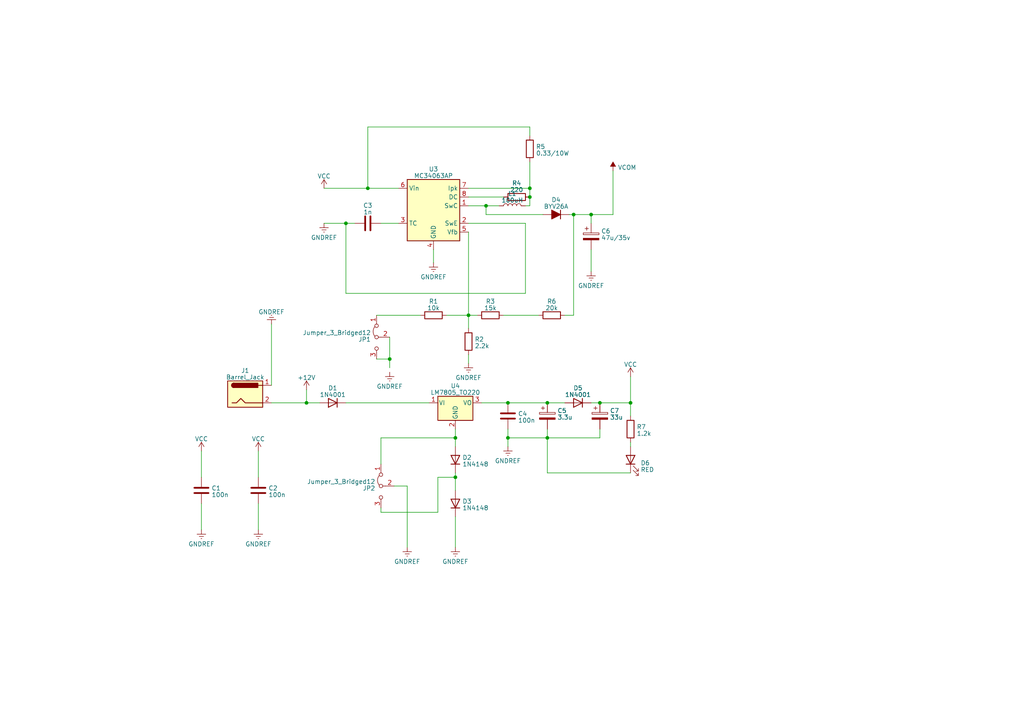
<source format=kicad_sch>
(kicad_sch (version 20230121) (generator eeschema)
  (paper "A4")
  (title_block (title "PSU for Eprom Writer") (date "2023-08-13") (rev "1.1"))
  (lib_symbols
    (symbol "Connector:Barrel_Jack" (pin_names (offset 1.016))
      (property "Reference" "J" (at 0 5.334 0))
      (property "Value" "Barrel_Jack" (at 0 -5.08 0))
      (symbol "Barrel_Jack_0_1"
        (rectangle (start -5.08 3.81) (end 5.08 -3.81) (stroke (width 0.254)) (fill (type background)))
        (arc (start -3.302 3.175) (mid -3.9343 2.54) (end -3.302 1.905) (stroke (width 0.254)))
        (arc (start -3.302 3.175) (mid -3.9343 2.54) (end -3.302 1.905) (stroke (width 0.254)) (fill (type outline)))
        (polyline (pts (xy 5.08 2.54) (xy 3.81 2.54)) (stroke (width 0.254)))
        (polyline (pts (xy -3.81 -2.54) (xy -2.54 -2.54) (xy -1.27 -1.27) (xy 0 -2.54) (xy 2.54 -2.54) (xy 5.08 -2.54)) (stroke (width 0.254)))
        (rectangle (start 3.683 3.175) (end -3.302 1.905) (stroke (width 0.254)) (fill (type outline)))
      )
      (symbol "Barrel_Jack_1_1"
        (pin passive line (at 7.62 2.54 180) (length 2.54) (name "~") (number "1"))
        (pin passive line (at 7.62 -2.54 180) (length 2.54) (name "~") (number "2"))
      )
    )
    (symbol "Device:C" (pin_numbers hide) (pin_names (offset 0.254))
      (property "Reference" "C" (at 0.635 2.54 0))
      (property "Value" "C" (at 0.635 -2.54 0))
      (symbol "C_0_1"
        (polyline (pts (xy -2.032 -0.762) (xy 2.032 -0.762)) (stroke (width 0.508)))
        (polyline (pts (xy -2.032 0.762) (xy 2.032 0.762)) (stroke (width 0.508)))
      )
      (symbol "C_1_1"
        (pin passive line (at 0 3.81 270) (length 2.794) (name "~") (number "1"))
        (pin passive line (at 0 -3.81 90) (length 2.794) (name "~") (number "2"))
      )
    )
    (symbol "Device:C_Polarized" (pin_numbers hide) (pin_names (offset 0.254))
      (property "Reference" "C" (at 0.635 2.54 0))
      (property "Value" "C_Polarized" (at 0.635 -2.54 0))
      (symbol "C_Polarized_0_1"
        (rectangle (start -2.286 0.508) (end 2.286 1.016))
        (polyline (pts (xy -1.778 2.286) (xy -0.762 2.286)))
        (polyline (pts (xy -1.27 2.794) (xy -1.27 1.778)))
        (rectangle (start 2.286 -0.508) (end -2.286 -1.016) (fill (type outline)))
      )
      (symbol "C_Polarized_1_1"
        (pin passive line (at 0 3.81 270) (length 2.794) (name "~") (number "1"))
        (pin passive line (at 0 -3.81 90) (length 2.794) (name "~") (number "2"))
      )
    )
    (symbol "Device:L" (pin_numbers hide) (pin_names (offset 1.016) hide)
      (property "Reference" "L" (at -1.27 0 90))
      (property "Value" "L" (at 1.905 0 90))
      (symbol "L_0_1"
        (arc (start 0 -2.54) (mid 0.6323 -1.905) (end 0 -1.27))
        (arc (start 0 -1.27) (mid 0.6323 -0.635) (end 0 0))
        (arc (start 0 0) (mid 0.6323 0.635) (end 0 1.27))
        (arc (start 0 1.27) (mid 0.6323 1.905) (end 0 2.54))
      )
      (symbol "L_1_1"
        (pin passive line (at 0 3.81 270) (length 1.27) (name "1") (number "1"))
        (pin passive line (at 0 -3.81 90) (length 1.27) (name "2") (number "2"))
      )
    )
    (symbol "Device:LED" (pin_numbers hide) (pin_names (offset 1.016) hide)
      (property "Reference" "D" (at 0 2.54 0))
      (property "Value" "LED" (at 0 -2.54 0))
      (symbol "LED_0_1"
        (polyline (pts (xy -1.27 -1.27) (xy -1.27 1.27)) (stroke (width 0.254)))
        (polyline (pts (xy -1.27 0) (xy 1.27 0)))
        (polyline (pts (xy 1.27 -1.27) (xy 1.27 1.27) (xy -1.27 0) (xy 1.27 -1.27)) (stroke (width 0.254)))
        (polyline (pts (xy -3.048 -0.762) (xy -4.572 -2.286) (xy -3.81 -2.286) (xy -4.572 -2.286) (xy -4.572 -1.524)))
        (polyline (pts (xy -1.778 -0.762) (xy -3.302 -2.286) (xy -2.54 -2.286) (xy -3.302 -2.286) (xy -3.302 -1.524)))
      )
      (symbol "LED_1_1"
        (pin passive line (at -3.81 0 0) (length 2.54) (name "K") (number "1"))
        (pin passive line (at 3.81 0 180) (length 2.54) (name "A") (number "2"))
      )
    )
    (symbol "Device:R" (pin_numbers hide) (pin_names (offset 0))
      (property "Reference" "R" (at 2.032 0 90))
      (property "Value" "R" (at 0 0 90))
      (symbol "R_0_1"
        (rectangle (start -1.016 -2.54) (end 1.016 2.54) (stroke (width 0.254)))
      )
      (symbol "R_1_1"
        (pin passive line (at 0 3.81 270) (length 1.27) (name "~") (number "1"))
        (pin passive line (at 0 -3.81 90) (length 1.27) (name "~") (number "2"))
      )
    )
    (symbol "Diode:1N4001" (pin_numbers hide) (pin_names hide)
      (property "Reference" "D" (at 0 2.54 0))
      (property "Value" "1N4001" (at 0 -2.54 0))
      (symbol "1N4001_0_1"
        (polyline (pts (xy -1.27 1.27) (xy -1.27 -1.27)) (stroke (width 0.254)))
        (polyline (pts (xy 1.27 0) (xy -1.27 0)))
        (polyline (pts (xy 1.27 1.27) (xy 1.27 -1.27) (xy -1.27 0) (xy 1.27 1.27)) (stroke (width 0.254)))
      )
      (symbol "1N4001_1_1"
        (pin passive line (at -3.81 0 0) (length 2.54) (name "K") (number "1"))
        (pin passive line (at 3.81 0 180) (length 2.54) (name "A") (number "2"))
      )
    )
    (symbol "Diode:1N4148" (pin_numbers hide) (pin_names hide)
      (property "Reference" "D" (at 0 2.54 0))
      (property "Value" "1N4148" (at 0 -2.54 0))
      (symbol "1N4148_0_1"
        (polyline (pts (xy -1.27 1.27) (xy -1.27 -1.27)) (stroke (width 0.254)))
        (polyline (pts (xy 1.27 0) (xy -1.27 0)))
        (polyline (pts (xy 1.27 1.27) (xy 1.27 -1.27) (xy -1.27 0) (xy 1.27 1.27)) (stroke (width 0.254)))
      )
      (symbol "1N4148_1_1"
        (pin passive line (at -3.81 0 0) (length 2.54) (name "K") (number "1"))
        (pin passive line (at 3.81 0 180) (length 2.54) (name "A") (number "2"))
      )
    )
    (symbol "Jumper:Jumper_3_Bridged12" (pin_names (offset 0) hide)
      (property "Reference" "JP" (at -2.54 -2.54 0))
      (property "Value" "Jumper_3_Bridged12" (at 0 2.794 0))
      (symbol "Jumper_3_Bridged12_0_0"
        (circle (center -3.302 0) (radius 0.508))
        (circle (center 0 0) (radius 0.508))
        (circle (center 3.302 0) (radius 0.508))
      )
      (symbol "Jumper_3_Bridged12_0_1"
        (arc (start -0.254 0.508) (mid -1.651 0.9912) (end -3.048 0.508))
        (polyline (pts (xy 0 -1.27) (xy 0 -0.508)))
      )
      (symbol "Jumper_3_Bridged12_1_1"
        (pin passive line (at -6.35 0 0) (length 2.54) (name "A") (number "1"))
        (pin passive line (at 0 -3.81 90) (length 2.54) (name "C") (number "2"))
        (pin passive line (at 6.35 0 180) (length 2.54) (name "B") (number "3"))
      )
    )
    (symbol "PCM_Diode_AKL:BYV26A" (pin_numbers hide) (pin_names (offset 1.016) hide)
      (property "Reference" "D" (at 0 5.08 0))
      (property "Value" "BYV26A" (at 0 2.54 0))
      (symbol "BYV26A_0_1"
        (polyline (pts (xy -1.27 0) (xy 1.27 0)))
        (polyline (pts (xy 1.27 1.27) (xy 1.27 -1.27)) (stroke (width 0.254)))
        (polyline (pts (xy -1.27 1.27) (xy -1.27 -1.27) (xy 1.27 0) (xy -1.27 1.27)) (stroke (width 0.254)) (fill (type outline)))
      )
      (symbol "BYV26A_1_1"
        (pin passive line (at 3.81 0 180) (length 2.54) (name "K") (number "1"))
        (pin passive line (at -3.81 0 0) (length 2.54) (name "A") (number "2"))
      )
    )
    (symbol "Regulator_Linear:LM7805_TO220" (pin_names (offset 0.254))
      (property "Reference" "U" (at -3.81 3.175 0))
      (property "Value" "LM7805_TO220" (at 0 3.175 0))
      (symbol "LM7805_TO220_0_1"
        (rectangle (start -5.08 1.905) (end 5.08 -5.08) (stroke (width 0.254)) (fill (type background)))
      )
      (symbol "LM7805_TO220_1_1"
        (pin power_in line (at -7.62 0 0) (length 2.54) (name "VI") (number "1"))
        (pin power_in line (at 0 -7.62 90) (length 2.54) (name "GND") (number "2"))
        (pin power_out line (at 7.62 0 180) (length 2.54) (name "VO") (number "3"))
      )
    )
    (symbol "Regulator_Switching:MC34063AP"
      (property "Reference" "U" (at -7.62 8.89 0))
      (property "Value" "MC34063AP" (at 0 8.89 0))
      (symbol "MC34063AP_0_1"
        (rectangle (start -7.62 7.62) (end 7.62 -10.16) (stroke (width 0.254)) (fill (type background)))
      )
      (symbol "MC34063AP_1_1"
        (pin open_collector line (at 10.16 0 180) (length 2.54) (name "SwC") (number "1"))
        (pin open_emitter line (at 10.16 -5.08 180) (length 2.54) (name "SwE") (number "2"))
        (pin passive line (at -10.16 -5.08 0) (length 2.54) (name "TC") (number "3"))
        (pin power_in line (at 0 -12.7 90) (length 2.54) (name "GND") (number "4"))
        (pin input line (at 10.16 -7.62 180) (length 2.54) (name "Vfb") (number "5"))
        (pin power_in line (at -10.16 5.08 0) (length 2.54) (name "Vin") (number "6"))
        (pin input line (at 10.16 5.08 180) (length 2.54) (name "Ipk") (number "7"))
        (pin open_collector line (at 10.16 2.54 180) (length 2.54) (name "DC") (number "8"))
      )
    )
    (symbol "power:+12V" (power) (pin_names (offset 0))
      (property "Value" "+12V" (at 0 3.556 0))
      (symbol "+12V_0_1"
        (polyline (pts (xy -0.762 1.27) (xy 0 2.54)))
        (polyline (pts (xy 0 0) (xy 0 2.54)))
        (polyline (pts (xy 0 2.54) (xy 0.762 1.27)))
      )
      (symbol "+12V_1_1"
        (pin power_in line (at 0 0 90) (length 0) hide (name "+12V") (number "1"))
      )
    )
    (symbol "power:GNDREF" (power) (pin_names (offset 0))
      (property "Value" "GNDREF" (at 0 -3.81 0))
      (symbol "GNDREF_0_1"
        (polyline (pts (xy -0.635 -1.905) (xy 0.635 -1.905)))
        (polyline (pts (xy -0.127 -2.54) (xy 0.127 -2.54)))
        (polyline (pts (xy 0 -1.27) (xy 0 0)))
        (polyline (pts (xy 1.27 -1.27) (xy -1.27 -1.27)))
      )
      (symbol "GNDREF_1_1"
        (pin power_in line (at 0 0 270) (length 0) hide (name "GNDREF") (number "1"))
      )
    )
    (symbol "power:VCC" (power) (pin_names (offset 0))
      (property "Value" "VCC" (at 0 3.81 0))
      (symbol "VCC_0_1"
        (polyline (pts (xy -0.762 1.27) (xy 0 2.54)))
        (polyline (pts (xy 0 0) (xy 0 2.54)))
        (polyline (pts (xy 0 2.54) (xy 0.762 1.27)))
      )
      (symbol "VCC_1_1"
        (pin power_in line (at 0 0 90) (length 0) hide (name "VCC") (number "1"))
      )
    )
    (symbol "power:VCOM" (power) (pin_names (offset 0))
      (property "Value" "VCOM" (at 0 3.81 0))
      (symbol "VCOM_0_1"
        (polyline (pts (xy 0 0) (xy 0 2.54)))
        (polyline (pts (xy 0.762 1.27) (xy -0.762 1.27) (xy 0 2.54) (xy 0.762 1.27)) (fill (type outline)))
      )
      (symbol "VCOM_1_1"
        (pin power_in line (at 0 0 90) (length 0) hide (name "VCOM") (number "1"))
      )
    )
  )
  (junction (at 182.88 116.84))
  (junction (at 147.32 116.84))
  (junction (at 173.99 116.84))
  (junction (at 88.9 116.84))
  (junction (at 106.68 54.61))
  (junction (at 171.45 62.23))
  (junction (at 153.67 57.15))
  (junction (at 140.97 59.69))
  (junction (at 135.89 91.44))
  (junction (at 158.75 127))
  (junction (at 100.33 64.77))
  (junction (at 166.37 62.23))
  (junction (at 132.08 138.43))
  (junction (at 132.08 127))
  (junction (at 153.67 54.61))
  (junction (at 147.32 127))
  (junction (at 113.03 104.14))
  (junction (at 158.75 116.84))
  (wire (pts (xy 135.89 54.61) (xy 153.67 54.61)))
  (wire (pts (xy 132.08 138.43) (xy 132.08 142.24)))
  (wire (pts (xy 132.08 149.86) (xy 132.08 158.75)))
  (wire (pts (xy 135.89 67.31) (xy 135.89 91.44)))
  (wire (pts (xy 153.67 54.61) (xy 153.67 57.15)))
  (wire (pts (xy 139.7 116.84) (xy 147.32 116.84)))
  (wire (pts (xy 177.8 49.53) (xy 177.8 62.23)))
  (wire (pts (xy 147.32 127) (xy 147.32 129.54)))
  (wire (pts (xy 135.89 91.44) (xy 138.43 91.44)))
  (wire (pts (xy 165.1 62.23) (xy 166.37 62.23)))
  (wire (pts (xy 118.11 140.97) (xy 114.3 140.97)))
  (wire (pts (xy 132.08 127) (xy 132.08 129.54)))
  (wire (pts (xy 171.45 116.84) (xy 173.99 116.84)))
  (wire (pts (xy 163.83 91.44) (xy 166.37 91.44)))
  (wire (pts (xy 88.9 116.84) (xy 92.71 116.84)))
  (wire (pts (xy 140.97 59.69) (xy 140.97 62.23)))
  (wire (pts (xy 100.33 64.77) (xy 102.87 64.77)))
  (wire (pts (xy 127 138.43) (xy 132.08 138.43)))
  (wire (pts (xy 182.88 116.84) (xy 182.88 120.65)))
  (wire (pts (xy 129.54 91.44) (xy 135.89 91.44)))
  (wire (pts (xy 109.22 91.44) (xy 121.92 91.44)))
  (wire (pts (xy 113.03 97.79) (xy 113.03 104.14)))
  (wire (pts (xy 113.03 104.14) (xy 109.22 104.14)))
  (wire (pts (xy 110.49 148.59) (xy 127 148.59)))
  (wire (pts (xy 88.9 113.03) (xy 88.9 116.84)))
  (wire (pts (xy 74.93 146.05) (xy 74.93 153.67)))
  (wire (pts (xy 125.73 72.39) (xy 125.73 76.2)))
  (wire (pts (xy 158.75 137.16) (xy 158.75 127)))
  (wire (pts (xy 78.74 116.84) (xy 88.9 116.84)))
  (wire (pts (xy 135.89 59.69) (xy 140.97 59.69)))
  (wire (pts (xy 135.89 57.15) (xy 146.05 57.15)))
  (wire (pts (xy 93.98 54.61) (xy 106.68 54.61)))
  (wire (pts (xy 100.33 85.09) (xy 100.33 64.77)))
  (wire (pts (xy 171.45 62.23) (xy 177.8 62.23)))
  (wire (pts (xy 135.89 102.87) (xy 135.89 105.41)))
  (wire (pts (xy 146.05 91.44) (xy 156.21 91.44)))
  (wire (pts (xy 78.74 93.98) (xy 78.74 111.76)))
  (wire (pts (xy 106.68 54.61) (xy 115.57 54.61)))
  (wire (pts (xy 171.45 72.39) (xy 171.45 78.74)))
  (wire (pts (xy 166.37 91.44) (xy 166.37 62.23)))
  (wire (pts (xy 132.08 137.16) (xy 132.08 138.43)))
  (wire (pts (xy 118.11 158.75) (xy 118.11 140.97)))
  (wire (pts (xy 147.32 124.46) (xy 147.32 127)))
  (wire (pts (xy 113.03 104.14) (xy 113.03 106.68)))
  (wire (pts (xy 152.4 59.69) (xy 153.67 59.69)))
  (wire (pts (xy 132.08 124.46) (xy 132.08 127)))
  (wire (pts (xy 173.99 124.46) (xy 173.99 127)))
  (wire (pts (xy 110.49 64.77) (xy 115.57 64.77)))
  (wire (pts (xy 182.88 116.84) (xy 182.88 109.22)))
  (wire (pts (xy 153.67 57.15) (xy 153.67 59.69)))
  (wire (pts (xy 140.97 62.23) (xy 157.48 62.23)))
  (wire (pts (xy 173.99 127) (xy 158.75 127)))
  (wire (pts (xy 140.97 59.69) (xy 144.78 59.69)))
  (wire (pts (xy 153.67 36.83) (xy 106.68 36.83)))
  (wire (pts (xy 152.4 64.77) (xy 152.4 85.09)))
  (wire (pts (xy 93.98 64.77) (xy 100.33 64.77)))
  (wire (pts (xy 135.89 91.44) (xy 135.89 95.25)))
  (wire (pts (xy 182.88 137.16) (xy 158.75 137.16)))
  (wire (pts (xy 173.99 116.84) (xy 182.88 116.84)))
  (wire (pts (xy 158.75 124.46) (xy 158.75 127)))
  (wire (pts (xy 158.75 127) (xy 147.32 127)))
  (wire (pts (xy 110.49 134.62) (xy 110.49 127)))
  (wire (pts (xy 166.37 62.23) (xy 171.45 62.23)))
  (wire (pts (xy 110.49 147.32) (xy 110.49 148.59)))
  (wire (pts (xy 182.88 128.27) (xy 182.88 129.54)))
  (wire (pts (xy 58.42 146.05) (xy 58.42 153.67)))
  (wire (pts (xy 74.93 130.81) (xy 74.93 138.43)))
  (wire (pts (xy 110.49 127) (xy 132.08 127)))
  (wire (pts (xy 171.45 62.23) (xy 171.45 64.77)))
  (wire (pts (xy 152.4 85.09) (xy 100.33 85.09)))
  (wire (pts (xy 127 148.59) (xy 127 138.43)))
  (wire (pts (xy 58.42 130.81) (xy 58.42 138.43)))
  (wire (pts (xy 153.67 46.99) (xy 153.67 54.61)))
  (wire (pts (xy 158.75 116.84) (xy 163.83 116.84)))
  (wire (pts (xy 100.33 116.84) (xy 124.46 116.84)))
  (wire (pts (xy 153.67 39.37) (xy 153.67 36.83)))
  (wire (pts (xy 135.89 64.77) (xy 152.4 64.77)))
  (wire (pts (xy 147.32 116.84) (xy 158.75 116.84)))
  (wire (pts (xy 106.68 36.83) (xy 106.68 54.61)))
  (symbol (lib_id "Diode:1N4001") (at 96.52 116.84 180) (unit 1)
    (property "Reference" "D1" (at 96.52 112.5601 0))
    (property "Value" "1N4001" (at 96.52 114.4811 0))
    (property "Footprint" "Diode_THT:D_DO-41_SOD81_P10.16mm_Horizontal" (effects hide))
    (property "Datasheet" "http://www.vishay.com/docs/88503/1n4001.pdf" (effects hide))
    (property "Sim.Device" "D" (effects hide))
    (property "Sim.Pins" "1=K 2=A" (effects hide))
  )
  (symbol (lib_id "Device:R") (at 142.24 91.44 90) (unit 1)
    (property "Reference" "R3" (at 142.24 87.4141 90))
    (property "Value" "15k" (at 142.24 89.3351 90))
  )
  (symbol (lib_id "Device:LED") (at 182.88 133.35 90) (unit 1)
    (property "Reference" "D6" (at 185.801 134.2938 90) (effects (justify right)))
    (property "Value" "RED" (at 185.801 136.2148 90) (effects (justify right)))
    (property "Footprint" "LED_THT:LED_D5.0mm" (effects hide))
  )
  (symbol (lib_id "power:VCOM") (at 177.8 49.53 0) (unit 1)
    (property "Reference" "#VOUT01" (effects hide))
    (property "Value" "VOUT" (at 179.197 48.5768 0) (effects (justify left)))
  )
  (symbol (lib_id "Device:C") (at 58.42 142.24 0) (unit 1)
    (property "Reference" "C1" (at 61.341 141.5963 0) (effects (justify left)))
    (property "Value" "100n" (at 61.341 143.5173 0) (effects (justify left)))
    (property "Footprint" "Capacitor_THT:C_Disc_D3.0mm_W2.0mm_P2.50mm" (effects hide))
  )
  (symbol (lib_id "Device:C") (at 106.68 64.77 90) (unit 1)
    (property "Reference" "C3" (at 106.68 59.6011 90))
    (property "Value" "1n" (at 106.68 61.5221 90))
    (property "Footprint" "Capacitor_THT:C_Disc_D3.0mm_W1.6mm_P2.50mm" (effects hide))
  )
  (symbol (lib_id "power:+12V") (at 88.9 113.03 0) (unit 1)
    (property "Reference" "#PWR011" (effects hide))
    (property "Value" "+12V" (at 88.9 109.5281 0))
  )
  (symbol (lib_id "Device:R") (at 153.67 43.18 0) (unit 1)
    (property "Reference" "R5" (at 155.448 42.5363 0) (effects (justify left)))
    (property "Value" "0.33/10W" (at 155.448 44.4573 0) (effects (justify left)))
    (property "Footprint" "Resistor_THT:R_Radial_Power_L11.0mm_W7.0mm_P5.00mm" (effects hide))
  )
  (symbol (lib_id "power:VCC") (at 58.42 130.81 0) (unit 1)
    (property "Reference" "#PWR06" (effects hide))
    (property "Value" "VCC" (at 58.42 127.3081 0))
  )
  (symbol (lib_id "power:VCC") (at 93.98 54.61 0) (unit 1)
    (property "Reference" "#PWR012" (effects hide))
    (property "Value" "VCC" (at 93.98 51.1081 0))
  )
  (symbol (lib_id "power:GNDREF") (at 78.74 93.98 180) (unit 1)
    (property "Reference" "#PWR010" (effects hide))
    (property "Value" "GNDREF" (at 78.74 90.4781 0))
  )
  (symbol (lib_id "Connector:Barrel_Jack") (at 71.12 114.3 0) (unit 1)
    (property "Reference" "J1" (at 71.12 107.4801 0))
    (property "Value" "Barrel_Jack" (at 71.12 109.4011 0))
    (property "Footprint" "Connector_BarrelJack:BarrelJack_Kycon_KLDX-0202-xC_Horizontal" (effects hide))
  )
  (symbol (lib_id "Device:R") (at 160.02 91.44 90) (unit 1)
    (property "Reference" "R6" (at 160.02 87.4141 90))
    (property "Value" "20k" (at 160.02 89.3351 90))
  )
  (symbol (lib_id "Device:R") (at 135.89 99.06 0) (unit 1)
    (property "Reference" "R2" (at 137.668 98.4163 0) (effects (justify left)))
    (property "Value" "2.2k" (at 137.668 100.3373 0) (effects (justify left)))
  )
  (symbol (lib_id "Device:C_Polarized") (at 158.75 120.65 0) (unit 1)
    (property "Reference" "C5" (at 161.671 119.1173 0) (effects (justify left)))
    (property "Value" "3.3u" (at 161.671 121.0383 0) (effects (justify left)))
    (property "Footprint" "Capacitor_THT:C_Radial_D6.3mm_H5.0mm_P2.50mm" (effects hide))
  )
  (symbol (lib_id "Jumper:Jumper_3_Bridged12") (at 110.49 140.97 90) (mirror x) (unit 1)
    (property "Reference" "JP2" (at 108.8638 141.6137 90) (effects (justify left)))
    (property "Value" "Jumper_3_Bridged12" (at 108.8638 139.6927 90) (effects (justify left)))
    (property "Footprint" "Connector_JST:JST_EH_B3B-EH-A_1x03_P2.50mm_Vertical" (effects hide))
  )
  (symbol (lib_id "power:GNDREF") (at 113.03 107.95 0) (unit 1)
    (property "Reference" "#PWR014" (effects hide))
    (property "Value" "GNDREF" (at 113.03 112.0855 0))
  )
  (symbol (lib_id "Diode:1N4001") (at 167.64 116.84 180) (unit 1)
    (property "Reference" "D5" (at 167.64 112.5601 0))
    (property "Value" "1N4001" (at 167.64 114.4811 0))
    (property "Footprint" "Diode_THT:D_DO-41_SOD81_P10.16mm_Horizontal" (effects hide))
    (property "Datasheet" "http://www.vishay.com/docs/88503/1n4001.pdf" (effects hide))
    (property "Sim.Device" "D" (effects hide))
    (property "Sim.Pins" "1=K 2=A" (effects hide))
  )
  (symbol (lib_id "Device:C") (at 147.32 120.65 0) (unit 1)
    (property "Reference" "C4" (at 150.241 120.0063 0) (effects (justify left)))
    (property "Value" "100n" (at 150.241 121.9273 0) (effects (justify left)))
    (property "Footprint" "Capacitor_THT:C_Disc_D3.0mm_W2.0mm_P2.50mm" (effects hide))
  )
  (symbol (lib_id "PCM_Diode_AKL:BYV26A") (at 161.29 62.23 0) (unit 1)
    (property "Reference" "D4" (at 161.29 57.9501 0))
    (property "Value" "BYV26A" (at 161.29 59.8711 0))
    (property "Footprint" "Diode_THT_AKL:D_SOD-57_P7.62mm_Horizontal" (effects hide))
    (property "Datasheet" "https://www.tme.eu/Document/d917347d6493f9a935ade8c08ce0bd03/byv26.pdf" (effects hide))
  )
  (symbol (lib_id "power:VCC") (at 182.88 109.22 0) (unit 1)
    (property "Reference" "#PWR021" (effects hide))
    (property "Value" "VCC" (at 182.88 105.7181 0))
  )
  (symbol (lib_id "Diode:1N4148") (at 132.08 133.35 90) (unit 1)
    (property "Reference" "D2" (at 134.112 132.7063 90) (effects (justify right)))
    (property "Value" "1N4148" (at 134.112 134.6273 90) (effects (justify right)))
    (property "Footprint" "Diode_THT:D_DO-35_SOD27_P7.62mm_Horizontal" (effects hide))
    (property "Datasheet" "https://assets.nexperia.com/documents/data-sheet/1N4148_1N4448.pdf" (effects hide))
    (property "Sim.Device" "D" (effects hide))
    (property "Sim.Pins" "1=K 2=A" (effects hide))
  )
  (symbol (lib_id "Regulator_Linear:LM7805_TO220") (at 132.08 116.84 0) (unit 1)
    (property "Reference" "U4" (at 132.08 111.9251 0))
    (property "Value" "LM7805_TO220" (at 132.08 113.8461 0))
    (property "Footprint" "Package_TO_SOT_THT:TO-220-3_Vertical" (effects hide))
    (property "Datasheet" "https://www.onsemi.cn/PowerSolutions/document/MC7800-D.PDF" (effects hide))
  )
  (symbol (lib_id "Device:C_Polarized") (at 171.45 68.58 0) (unit 1)
    (property "Reference" "C6" (at 174.371 67.0473 0) (effects (justify left)))
    (property "Value" "47u/35v" (at 174.371 68.9683 0) (effects (justify left)))
    (property "Footprint" "Capacitor_THT:CP_Radial_D5.0mm_P2.00mm" (effects hide))
  )
  (symbol (lib_id "power:GNDREF") (at 135.89 105.41 0) (unit 1)
    (property "Reference" "#PWR018" (effects hide))
    (property "Value" "GNDREF" (at 135.89 109.5455 0))
  )
  (symbol (lib_id "Regulator_Switching:MC34063AP") (at 125.73 59.69 0) (unit 1)
    (property "Reference" "U3" (at 125.73 49.0601 0))
    (property "Value" "MC34063AP" (at 125.73 50.9811 0))
    (property "Footprint" "Package_DIP:DIP-8_W7.62mm" (effects hide))
    (property "Datasheet" "http://www.onsemi.com/pub_link/Collateral/MC34063A-D.PDF" (effects hide))
  )
  (symbol (lib_id "Jumper:Jumper_3_Bridged12") (at 109.22 97.79 90) (mirror x) (unit 1)
    (property "Reference" "JP1" (at 107.5938 98.4337 90) (effects (justify left)))
    (property "Value" "Jumper_3_Bridged12" (at 107.5938 96.5127 90) (effects (justify left)))
    (property "Footprint" "Connector_JST:JST_EH_B3B-EH-A_1x03_P2.50mm_Vertical" (effects hide))
  )
  (symbol (lib_id "power:GNDREF") (at 93.98 64.77 0) (unit 1)
    (property "Reference" "#PWR013" (effects hide))
    (property "Value" "GNDREF" (at 93.98 68.9055 0))
  )
  (symbol (lib_id "power:GNDREF") (at 147.32 129.54 0) (unit 1)
    (property "Reference" "#PWR019" (effects hide))
    (property "Value" "GNDREF" (at 147.32 133.6755 0))
  )
  (symbol (lib_id "Device:R") (at 125.73 91.44 90) (unit 1)
    (property "Reference" "R1" (at 125.73 87.4141 90))
    (property "Value" "10k" (at 125.73 89.3351 90))
  )
  (symbol (lib_id "Device:C") (at 74.93 142.24 0) (unit 1)
    (property "Reference" "C2" (at 77.851 141.5963 0) (effects (justify left)))
    (property "Value" "100n" (at 77.851 143.5173 0) (effects (justify left)))
    (property "Footprint" "Capacitor_THT:C_Disc_D3.0mm_W2.0mm_P2.50mm" (effects hide))
  )
  (symbol (lib_id "power:GNDREF") (at 118.11 158.75 0) (unit 1)
    (property "Reference" "#PWR015" (effects hide))
    (property "Value" "GNDREF" (at 118.11 162.8855 0))
  )
  (symbol (lib_id "Device:C_Polarized") (at 173.99 120.65 0) (unit 1)
    (property "Reference" "C7" (at 176.911 119.1173 0) (effects (justify left)))
    (property "Value" "33u" (at 176.911 121.0383 0) (effects (justify left)))
    (property "Footprint" "Capacitor_THT:C_Radial_D6.3mm_H5.0mm_P2.50mm" (effects hide))
  )
  (symbol (lib_id "Device:L") (at 148.59 59.69 90) (unit 1)
    (property "Reference" "L1" (at 148.59 56.1747 90))
    (property "Value" "100uH" (at 148.59 58.0957 90))
    (property "Footprint" "Capacitor_THT:CP_Radial_D5.0mm_P2.50mm" (effects hide))
  )
  (symbol (lib_id "Device:R") (at 149.86 57.15 90) (unit 1)
    (property "Reference" "R4" (at 149.86 53.1241 90))
    (property "Value" "220" (at 149.86 55.0451 90))
    (property "Footprint" "Resistor_THT:R_Axial_DIN0207_L6.3mm_D2.5mm_P15.24mm_Horizontal" (effects hide))
  )
  (symbol (lib_id "power:GNDREF") (at 125.73 76.2 0) (unit 1)
    (property "Reference" "#PWR016" (effects hide))
    (property "Value" "GNDREF" (at 125.73 80.3355 0))
  )
  (symbol (lib_id "power:GNDREF") (at 171.45 78.74 0) (unit 1)
    (property "Reference" "#PWR020" (effects hide))
    (property "Value" "GNDREF" (at 171.45 82.8755 0))
  )
  (symbol (lib_id "power:GNDREF") (at 74.93 153.67 0) (unit 1)
    (property "Reference" "#PWR09" (effects hide))
    (property "Value" "GNDREF" (at 74.93 157.8055 0))
  )
  (symbol (lib_id "power:VCC") (at 74.93 130.81 0) (unit 1)
    (property "Reference" "#PWR08" (effects hide))
    (property "Value" "VCC" (at 74.93 127.3081 0))
  )
  (symbol (lib_id "power:GNDREF") (at 58.42 153.67 0) (unit 1)
    (property "Reference" "#PWR07" (effects hide))
    (property "Value" "GNDREF" (at 58.42 157.8055 0))
  )
  (symbol (lib_id "Diode:1N4148") (at 132.08 146.05 90) (unit 1)
    (property "Reference" "D3" (at 134.112 145.4063 90) (effects (justify right)))
    (property "Value" "1N4148" (at 134.112 147.3273 90) (effects (justify right)))
    (property "Footprint" "Diode_THT:D_DO-35_SOD27_P7.62mm_Horizontal" (effects hide))
    (property "Datasheet" "https://assets.nexperia.com/documents/data-sheet/1N4148_1N4448.pdf" (effects hide))
    (property "Sim.Device" "D" (effects hide))
    (property "Sim.Pins" "1=K 2=A" (effects hide))
  )
  (symbol (lib_id "Device:R") (at 182.88 124.46 0) (unit 1)
    (property "Reference" "R7" (at 184.658 123.8163 0) (effects (justify left)))
    (property "Value" "1.2k" (at 184.658 125.7373 0) (effects (justify left)))
    (property "Footprint" "Resistor_THT:R_Axial_DIN0207_L6.3mm_D2.5mm_P7.62mm_Horizontal" (effects hide))
  )
  (symbol (lib_id "power:GNDREF") (at 132.08 158.75 0) (unit 1)
    (property "Reference" "#PWR017" (effects hide))
    (property "Value" "GNDREF" (at 132.08 162.8855 0))
  )
)
</source>
